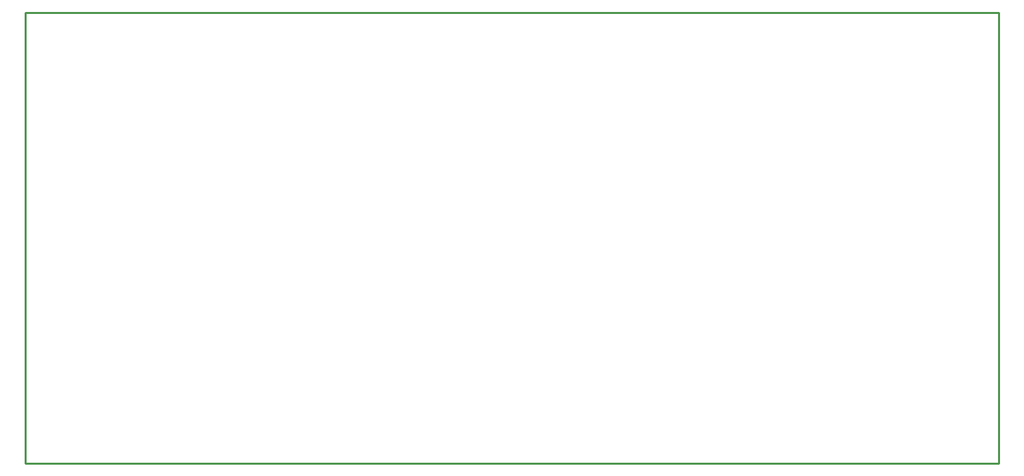
<source format=gko>
G04 Layer: BoardOutlineLayer*
G04 EasyEDA v6.5.22, 2023-02-18 16:28:39*
G04 118ec262f11f47d2beab0417d1fdac3e,1e4d668faf9c44eeab1497739a8aa4b2,10*
G04 Gerber Generator version 0.2*
G04 Scale: 100 percent, Rotated: No, Reflected: No *
G04 Dimensions in millimeters *
G04 leading zeros omitted , absolute positions ,4 integer and 5 decimal *
%FSLAX45Y45*%
%MOMM*%

%ADD10C,0.2430*%
%ADD11C,0.2540*%
D10*
X-170205Y-2870200D02*
G01*
X0Y-2870200D01*
X9029700Y-2872994D02*
G01*
X9250652Y-2872994D01*
X6464300Y2872994D02*
G01*
X6664706Y2872994D01*
X6667500Y2870200D01*
X-170205Y2870200D02*
G01*
X0Y2870200D01*
D11*
X6667500Y2870200D02*
G01*
X9512300Y2870200D01*
X9512300Y1522476D01*
X9512300Y-2872994D01*
X9232900Y-2872994D01*
X-2870200Y0D02*
G01*
X-2870200Y-2870200D01*
X-170205Y-2870200D01*
X-2870200Y0D02*
G01*
X-2870200Y2870200D01*
X-170205Y2870200D01*
X0Y-2872994D02*
G01*
X9029700Y-2872994D01*
X0Y2872994D02*
G01*
X6464300Y2872994D01*

%LPD*%
M02*

</source>
